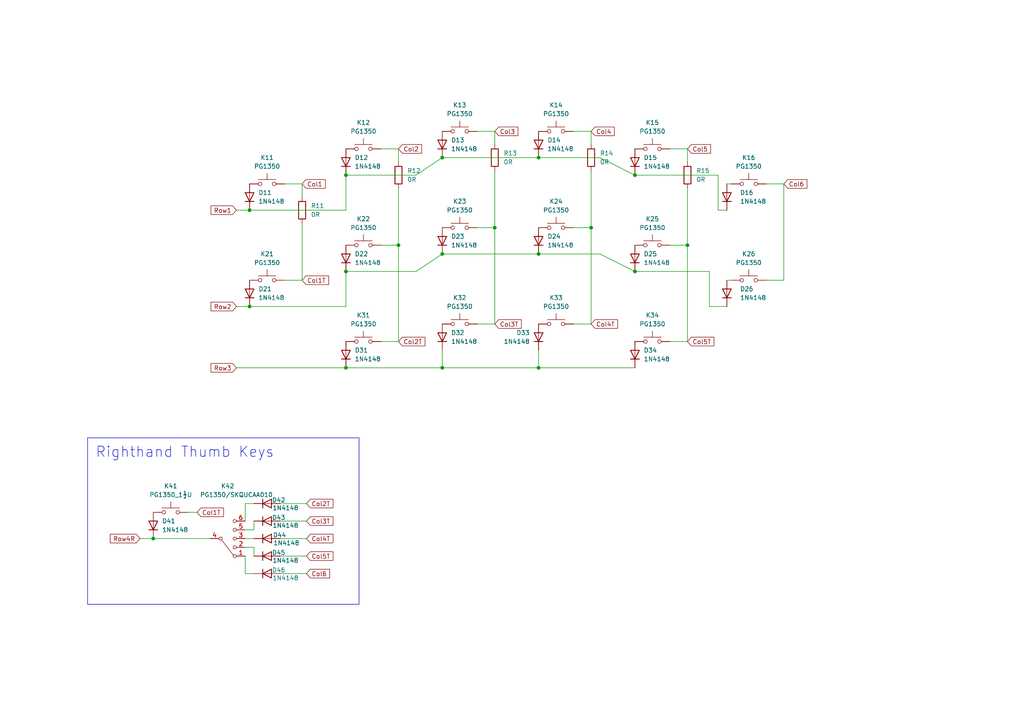
<source format=kicad_sch>
(kicad_sch (version 20231120) (generator "eeschema") (generator_version "8.0")
  (paper "A4")
  (title_block (title "Alumirror ") (rev "0.1") (company "bgkendall") (comment 1 "Split one-layer reversible keyboard PCB") (comment 2 "Key switch matrix for"))
  (lib_symbols
    (symbol "Device:D" (pin_numbers hide) (pin_names (offset 1.016) hide)
      (property "Reference" "D" (at 0 2.54 0))
      (property "Value" "D" (at 0 -2.54 0))
      (symbol "D_0_1"
        (polyline (pts (xy -1.27 1.27) (xy -1.27 -1.27)) (stroke (width 0.254)))
        (polyline (pts (xy 1.27 0) (xy -1.27 0)))
        (polyline (pts (xy 1.27 1.27) (xy 1.27 -1.27) (xy -1.27 0) (xy 1.27 1.27)) (stroke (width 0.254)))
      )
      (symbol "D_1_1"
        (pin passive line (at -3.81 0 0) (length 2.54) (name "K") (number "1"))
        (pin passive line (at 3.81 0 180) (length 2.54) (name "A") (number "2"))
      )
    )
    (symbol "Device:R" (pin_numbers hide) (pin_names (offset 0))
      (property "Reference" "R" (at 2.032 0 90))
      (property "Value" "R" (at 0 0 90))
      (symbol "R_0_1"
        (rectangle (start -1.016 -2.54) (end 1.016 2.54) (stroke (width 0.254)))
      )
      (symbol "R_1_1"
        (pin passive line (at 0 3.81 270) (length 1.27) (name "~") (number "1"))
        (pin passive line (at 0 -3.81 90) (length 1.27) (name "~") (number "2"))
      )
    )
    (symbol "Project Library:SW_SP5T" (pin_names (offset 0) hide)
      (property "Reference" "SW" (at 0 5.08 0))
      (property "Value" "SW_SP5T" (at 0 -11.43 0))
      (symbol "SW_SP5T_0_1"
        (circle (center -2.032 -2.54) (radius 0.4572))
        (polyline (pts (xy -1.7569 -2.1414) (xy 1.651 2.286)))
        (circle (center 2.032 -7.62) (radius 0.4572))
        (circle (center 2.032 -5.08) (radius 0.4572))
        (circle (center 2.032 -2.54) (radius 0.4572))
        (circle (center 2.032 0) (radius 0.4572))
        (circle (center 2.032 2.54) (radius 0.4572))
      )
      (symbol "SW_SP5T_1_1"
        (pin passive line (at 5.08 2.54 180) (length 2.54) (name "A") (number "1"))
        (pin passive line (at 5.08 0 180) (length 2.54) (name "B") (number "2"))
        (pin passive line (at 5.08 -2.54 180) (length 2.54) (name "C") (number "3"))
        (pin passive line (at -5.08 -2.54 0) (length 2.54) (name "Com") (number "4"))
        (pin passive line (at 5.08 -5.08 180) (length 2.54) (name "D") (number "5"))
        (pin passive line (at 5.08 -7.62 180) (length 2.54) (name "Ctr") (number "6"))
      )
    )
    (symbol "Switch:SW_Push" (pin_numbers hide) (pin_names (offset 1.016) hide)
      (property "Reference" "SW" (at 1.27 2.54 0))
      (property "Value" "SW_Push" (at 0 -1.524 0))
      (symbol "SW_Push_0_1"
        (circle (center -2.032 0) (radius 0.508))
        (polyline (pts (xy 0 1.27) (xy 0 3.048)))
        (polyline (pts (xy 2.54 1.27) (xy -2.54 1.27)))
        (circle (center 2.032 0) (radius 0.508))
        (pin passive line (at -5.08 0 0) (length 2.54) (name "1") (number "1"))
        (pin passive line (at 5.08 0 180) (length 2.54) (name "2") (number "2"))
      )
    )
  )
  (junction (at 115.57 71.12))
  (junction (at 72.39 60.96))
  (junction (at 184.15 50.8))
  (junction (at 44.45 156.21))
  (junction (at 128.27 73.66))
  (junction (at 128.27 106.68))
  (junction (at 100.33 78.74))
  (junction (at 143.51 66.04))
  (junction (at 156.21 106.68))
  (junction (at 100.33 50.8))
  (junction (at 128.27 45.72))
  (junction (at 100.33 106.68))
  (junction (at 156.21 45.72))
  (junction (at 156.21 73.66))
  (junction (at 171.45 66.04))
  (junction (at 199.39 71.12))
  (junction (at 72.39 88.9))
  (junction (at 184.15 78.74))
  (wire (pts (xy 156.21 73.66) (xy 128.27 73.66)))
  (wire (pts (xy 120.65 78.74) (xy 100.33 78.74)))
  (wire (pts (xy 71.12 146.05) (xy 73.66 146.05)))
  (wire (pts (xy 184.15 50.8) (xy 208.28 50.8)))
  (wire (pts (xy 128.27 45.72) (xy 120.65 50.8)))
  (wire (pts (xy 72.39 88.9) (xy 100.33 88.9)))
  (wire (pts (xy 54.61 148.59) (xy 57.15 148.59)))
  (wire (pts (xy 128.27 73.66) (xy 120.65 78.74)))
  (wire (pts (xy 87.63 64.77) (xy 87.63 81.28)))
  (wire (pts (xy 73.66 151.13) (xy 73.66 153.67)))
  (wire (pts (xy 208.28 60.96) (xy 210.82 60.96)))
  (wire (pts (xy 71.12 156.21) (xy 73.66 156.21)))
  (wire (pts (xy 173.99 45.72) (xy 156.21 45.72)))
  (wire (pts (xy 71.12 166.37) (xy 71.12 161.29)))
  (wire (pts (xy 68.58 88.9) (xy 72.39 88.9)))
  (wire (pts (xy 143.51 49.53) (xy 143.51 66.04)))
  (wire (pts (xy 171.45 49.53) (xy 171.45 66.04)))
  (wire (pts (xy 156.21 101.6) (xy 156.21 106.68)))
  (wire (pts (xy 184.15 78.74) (xy 205.74 78.74)))
  (wire (pts (xy 212.09 53.34) (xy 210.82 53.34)))
  (wire (pts (xy 88.9 146.05) (xy 81.28 146.05)))
  (wire (pts (xy 205.74 78.74) (xy 205.74 88.9)))
  (wire (pts (xy 40.64 156.21) (xy 44.45 156.21)))
  (wire (pts (xy 199.39 99.06) (xy 194.31 99.06)))
  (wire (pts (xy 212.09 81.28) (xy 210.82 81.28)))
  (wire (pts (xy 138.43 38.1) (xy 143.51 38.1)))
  (wire (pts (xy 143.51 38.1) (xy 143.51 41.91)))
  (wire (pts (xy 71.12 166.37) (xy 73.66 166.37)))
  (wire (pts (xy 205.74 88.9) (xy 210.82 88.9)))
  (wire (pts (xy 82.55 53.34) (xy 87.63 53.34)))
  (wire (pts (xy 166.37 38.1) (xy 171.45 38.1)))
  (wire (pts (xy 184.15 50.8) (xy 173.99 45.72)))
  (wire (pts (xy 156.21 45.72) (xy 128.27 45.72)))
  (wire (pts (xy 222.25 53.34) (xy 227.33 53.34)))
  (wire (pts (xy 73.66 153.67) (xy 71.12 153.67)))
  (wire (pts (xy 110.49 99.06) (xy 115.57 99.06)))
  (wire (pts (xy 194.31 71.12) (xy 199.39 71.12)))
  (wire (pts (xy 143.51 66.04) (xy 143.51 93.98)))
  (wire (pts (xy 115.57 54.61) (xy 115.57 71.12)))
  (wire (pts (xy 222.25 81.28) (xy 227.33 81.28)))
  (wire (pts (xy 100.33 50.8) (xy 100.33 60.96)))
  (wire (pts (xy 171.45 66.04) (xy 171.45 93.98)))
  (wire (pts (xy 110.49 71.12) (xy 115.57 71.12)))
  (wire (pts (xy 120.65 50.8) (xy 100.33 50.8)))
  (wire (pts (xy 110.49 43.18) (xy 115.57 43.18)))
  (wire (pts (xy 115.57 43.18) (xy 115.57 46.99)))
  (wire (pts (xy 171.45 38.1) (xy 171.45 41.91)))
  (wire (pts (xy 73.66 158.75) (xy 71.12 158.75)))
  (wire (pts (xy 100.33 106.68) (xy 128.27 106.68)))
  (wire (pts (xy 199.39 54.61) (xy 199.39 71.12)))
  (wire (pts (xy 199.39 71.12) (xy 199.39 99.06)))
  (wire (pts (xy 88.9 151.13) (xy 81.28 151.13)))
  (wire (pts (xy 82.55 81.28) (xy 87.63 81.28)))
  (wire (pts (xy 208.28 50.8) (xy 208.28 60.96)))
  (wire (pts (xy 100.33 78.74) (xy 100.33 88.9)))
  (wire (pts (xy 44.45 156.21) (xy 60.96 156.21)))
  (wire (pts (xy 128.27 101.6) (xy 128.27 106.68)))
  (wire (pts (xy 71.12 146.05) (xy 71.12 151.13)))
  (wire (pts (xy 184.15 78.74) (xy 173.99 73.66)))
  (wire (pts (xy 156.21 106.68) (xy 184.15 106.68)))
  (wire (pts (xy 68.58 60.96) (xy 72.39 60.96)))
  (wire (pts (xy 227.33 53.34) (xy 227.33 81.28)))
  (wire (pts (xy 128.27 106.68) (xy 156.21 106.68)))
  (wire (pts (xy 88.9 161.29) (xy 81.28 161.29)))
  (wire (pts (xy 138.43 66.04) (xy 143.51 66.04)))
  (wire (pts (xy 68.58 106.68) (xy 100.33 106.68)))
  (wire (pts (xy 87.63 53.34) (xy 87.63 57.15)))
  (wire (pts (xy 88.9 156.21) (xy 81.28 156.21)))
  (wire (pts (xy 88.9 166.37) (xy 81.28 166.37)))
  (wire (pts (xy 166.37 66.04) (xy 171.45 66.04)))
  (wire (pts (xy 166.37 93.98) (xy 171.45 93.98)))
  (wire (pts (xy 138.43 93.98) (xy 143.51 93.98)))
  (wire (pts (xy 194.31 43.18) (xy 199.39 43.18)))
  (wire (pts (xy 115.57 71.12) (xy 115.57 99.06)))
  (wire (pts (xy 73.66 158.75) (xy 73.66 161.29)))
  (wire (pts (xy 72.39 60.96) (xy 100.33 60.96)))
  (wire (pts (xy 173.99 73.66) (xy 156.21 73.66)))
  (wire (pts (xy 199.39 43.18) (xy 199.39 46.99)))
  (text_box "Righthand Thumb Keys" (at 25.4 127 0) (size 78.74 48.26) (effects (font (size 3 3)) (justify left top)))
  (global_label "Col1T" (shape input) (at 87.63 81.28 0) (property "Intersheetrefs" "${INTERSHEET_REFS}" (effects (hide yes))))
  (global_label "Row3" (shape input) (at 68.58 106.68 180) (property "Intersheetrefs" "${INTERSHEET_REFS}" (effects (hide yes))))
  (global_label "Col2T" (shape input) (at 88.9 146.05 0) (property "Intersheetrefs" "${INTERSHEET_REFS}" (effects (hide yes))))
  (global_label "Col1T" (shape input) (at 57.15 148.59 0) (property "Intersheetrefs" "${INTERSHEET_REFS}" (effects (hide yes))))
  (global_label "Col1" (shape input) (at 87.63 53.34 0) (property "Intersheetrefs" "${INTERSHEET_REFS}" (effects (hide yes))))
  (global_label "Col4T" (shape input) (at 171.45 93.98 0) (property "Intersheetrefs" "${INTERSHEET_REFS}" (effects (hide yes))))
  (global_label "Col3T" (shape input) (at 143.51 93.98 0) (property "Intersheetrefs" "${INTERSHEET_REFS}" (effects (hide yes))))
  (global_label "Col5T" (shape input) (at 199.39 99.06 0) (property "Intersheetrefs" "${INTERSHEET_REFS}" (effects (hide yes))))
  (global_label "Row4R" (shape input) (at 40.64 156.21 180) (property "Intersheetrefs" "${INTERSHEET_REFS}" (effects (hide yes))))
  (global_label "Col5" (shape input) (at 199.39 43.18 0) (property "Intersheetrefs" "${INTERSHEET_REFS}" (effects (hide yes))))
  (global_label "Col6" (shape input) (at 88.9 166.37 0) (property "Intersheetrefs" "${INTERSHEET_REFS}" (effects (hide yes))))
  (global_label "Row1" (shape input) (at 68.58 60.96 180) (property "Intersheetrefs" "${INTERSHEET_REFS}" (effects (hide yes))))
  (global_label "Col3" (shape input) (at 143.51 38.1 0) (property "Intersheetrefs" "${INTERSHEET_REFS}" (effects (hide yes))))
  (global_label "Col4T" (shape input) (at 88.9 156.21 0) (property "Intersheetrefs" "${INTERSHEET_REFS}" (effects (hide yes))))
  (global_label "Col4" (shape input) (at 171.45 38.1 0) (property "Intersheetrefs" "${INTERSHEET_REFS}" (effects (hide yes))))
  (global_label "Col6" (shape input) (at 227.33 53.34 0) (property "Intersheetrefs" "${INTERSHEET_REFS}" (effects (hide yes))))
  (global_label "Col3T" (shape input) (at 88.9 151.13 0) (property "Intersheetrefs" "${INTERSHEET_REFS}" (effects (hide yes))))
  (global_label "Row2" (shape input) (at 68.58 88.9 180) (property "Intersheetrefs" "${INTERSHEET_REFS}" (effects (hide yes))))
  (global_label "Col2T" (shape input) (at 115.57 99.06 0) (property "Intersheetrefs" "${INTERSHEET_REFS}" (effects (hide yes))))
  (global_label "Col2" (shape input) (at 115.57 43.18 0) (property "Intersheetrefs" "${INTERSHEET_REFS}" (effects (hide yes))))
  (global_label "Col5T" (shape input) (at 88.9 161.29 0) (property "Intersheetrefs" "${INTERSHEET_REFS}" (effects (hide yes))))
  (symbol (lib_id "Device:D") (at 77.47 161.29 0) (unit 1)
    (property "Reference" "D45" (at 82.804 160.274 0) (effects (justify right)))
    (property "Value" "1N4148" (at 86.614 162.56 0) (effects (justify right)))
    (property "Footprint" "Project Library:D_SOD-123" (effects (hide yes)))
    (property "Description" "Diode" (effects (hide yes)))
    (property "Sim.Device" "D" (effects (hide yes)))
    (property "Sim.Pins" "1=K 2=A" (effects (hide yes)))
  )
  (symbol (lib_id "Switch:SW_Push") (at 161.29 66.04 0) (mirror y) (unit 1)
    (property "Reference" "K24" (at 161.29 58.42 0))
    (property "Value" "PG1350" (at 161.29 60.96 0))
    (property "Footprint" "Project Library:SW_choc_v1_HS_CPG135001S30_1layer_1u" (effects (hide yes)))
    (property "Description" "Push button switch, generic, two pins" (effects (hide yes)))
  )
  (symbol (lib_id "Switch:SW_Push") (at 133.35 66.04 0) (mirror y) (unit 1)
    (property "Reference" "K23" (at 133.35 58.42 0))
    (property "Value" "PG1350" (at 133.35 60.96 0))
    (property "Footprint" "Project Library:SW_choc_v1_HS_CPG135001S30_1layer_1u" (effects (hide yes)))
    (property "Description" "Push button switch, generic, two pins" (effects (hide yes)))
  )
  (symbol (lib_id "Switch:SW_Push") (at 161.29 93.98 0) (mirror y) (unit 1)
    (property "Reference" "K33" (at 161.29 86.36 0))
    (property "Value" "PG1350" (at 161.29 88.9 0))
    (property "Footprint" "Project Library:SW_choc_v1_HS_CPG135001S30_1layer_1u" (effects (hide yes)))
    (property "Description" "Push button switch, generic, two pins" (effects (hide yes)))
  )
  (symbol (lib_id "Switch:SW_Push") (at 161.29 38.1 0) (mirror y) (unit 1)
    (property "Reference" "K14" (at 161.29 30.48 0))
    (property "Value" "PG1350" (at 161.29 33.02 0))
    (property "Footprint" "Project Library:SW_choc_v1_HS_CPG135001S30_1layer_1u" (effects (hide yes)))
    (property "Description" "Push button switch, generic, two pins" (effects (hide yes)))
  )
  (symbol (lib_id "Device:R") (at 143.51 45.72 0) (unit 1)
    (property "Reference" "R13" (at 146.05 44.4499 0) (effects (justify left)))
    (property "Value" "0R" (at 146.05 46.9899 0) (effects (justify left)))
    (property "Footprint" "Project Library:R_2010_5025Metric_Mod" (effects (hide yes)))
    (property "Description" "Resistor" (effects (hide yes)))
  )
  (symbol (lib_id "Switch:SW_Push") (at 189.23 99.06 0) (mirror y) (unit 1)
    (property "Reference" "K34" (at 189.23 91.44 0))
    (property "Value" "PG1350" (at 189.23 93.98 0))
    (property "Footprint" "Project Library:SW_choc_v1_HS_CPG135001S30_1layer_1u" (effects (hide yes)))
    (property "Description" "Push button switch, generic, two pins" (effects (hide yes)))
  )
  (symbol (lib_id "Device:R") (at 87.63 60.96 0) (unit 1)
    (property "Reference" "R11" (at 90.17 59.6899 0) (effects (justify left)))
    (property "Value" "0R" (at 90.17 62.2299 0) (effects (justify left)))
    (property "Footprint" "Project Library:R_2010_5025Metric_Mod" (effects (hide yes)))
    (property "Description" "Resistor" (effects (hide yes)))
  )
  (symbol (lib_id "Device:D") (at 100.33 46.99 90) (unit 1)
    (property "Reference" "D12" (at 102.87 45.7199 90) (effects (justify right)))
    (property "Value" "1N4148" (at 102.87 48.2599 90) (effects (justify right)))
    (property "Footprint" "Project Library:D_SOD-123_Mod" (effects (hide yes)))
    (property "Description" "Diode" (effects (hide yes)))
    (property "Sim.Device" "D" (effects (hide yes)))
    (property "Sim.Pins" "1=K 2=A" (effects (hide yes)))
  )
  (symbol (lib_id "Device:D") (at 100.33 102.87 90) (unit 1)
    (property "Reference" "D31" (at 102.87 101.5999 90) (effects (justify right)))
    (property "Value" "1N4148" (at 102.87 104.1399 90) (effects (justify right)))
    (property "Footprint" "Project Library:D_SOD-123_Mod" (effects (hide yes)))
    (property "Description" "Diode" (effects (hide yes)))
    (property "Sim.Device" "D" (effects (hide yes)))
    (property "Sim.Pins" "1=K 2=A" (effects (hide yes)))
  )
  (symbol (lib_id "Device:D") (at 77.47 151.13 0) (unit 1)
    (property "Reference" "D43" (at 82.804 150.114 0) (effects (justify right)))
    (property "Value" "1N4148" (at 86.614 152.4 0) (effects (justify right)))
    (property "Footprint" "Project Library:D_SOD-123" (effects (hide yes)))
    (property "Description" "Diode" (effects (hide yes)))
    (property "Sim.Device" "D" (effects (hide yes)))
    (property "Sim.Pins" "1=K 2=A" (effects (hide yes)))
  )
  (symbol (lib_id "Switch:SW_Push") (at 77.47 53.34 0) (mirror y) (unit 1)
    (property "Reference" "K11" (at 77.47 45.72 0))
    (property "Value" "PG1350" (at 77.47 48.26 0))
    (property "Footprint" "Project Library:SW_choc_v1_HS_CPG135001S30_1layer_1u" (effects (hide yes)))
    (property "Description" "Push button switch, generic, two pins" (effects (hide yes)))
  )
  (symbol (lib_id "Device:R") (at 115.57 50.8 0) (unit 1)
    (property "Reference" "R12" (at 118.11 49.5299 0) (effects (justify left)))
    (property "Value" "0R" (at 118.11 52.0699 0) (effects (justify left)))
    (property "Footprint" "Project Library:R_2010_5025Metric_Mod" (effects (hide yes)))
    (property "Description" "Resistor" (effects (hide yes)))
  )
  (symbol (lib_id "Project Library:SW_SP5T") (at 66.04 158.75 0) (mirror x) (unit 1)
    (property "Reference" "K42" (at 66.04 140.97 0))
    (property "Value" "PG1350/SKQUCAA010" (at 68.58 143.51 0))
    (property "Footprint" "Project Library:SW_choc_v1_HS_nav_CPG135001S30_SKQUCAA010_1layer_1u_1" (effects (hide yes)))
    (property "Description" "Switch, five position, single pole quintuple throw, 5 position switch, SP5T" (effects (hide yes)))
  )
  (symbol (lib_id "Device:R") (at 171.45 45.72 0) (unit 1)
    (property "Reference" "R14" (at 173.99 44.4499 0) (effects (justify left)))
    (property "Value" "0R" (at 173.99 46.9899 0) (effects (justify left)))
    (property "Footprint" "Project Library:R_2010_5025Metric_Mod" (effects (hide yes)))
    (property "Description" "Resistor" (effects (hide yes)))
  )
  (symbol (lib_id "Switch:SW_Push") (at 105.41 99.06 0) (mirror y) (unit 1)
    (property "Reference" "K31" (at 105.41 91.44 0))
    (property "Value" "PG1350" (at 105.41 93.98 0))
    (property "Footprint" "Project Library:SW_choc_v1_HS_CPG135001S30_1layer_1u" (effects (hide yes)))
    (property "Description" "Push button switch, generic, two pins" (effects (hide yes)))
  )
  (symbol (lib_id "Device:D") (at 77.47 166.37 0) (unit 1)
    (property "Reference" "D46" (at 82.804 165.354 0) (effects (justify right)))
    (property "Value" "1N4148" (at 86.614 167.64 0) (effects (justify right)))
    (property "Footprint" "Project Library:D_SOD-123" (effects (hide yes)))
    (property "Description" "Diode" (effects (hide yes)))
    (property "Sim.Device" "D" (effects (hide yes)))
    (property "Sim.Pins" "1=K 2=A" (effects (hide yes)))
  )
  (symbol (lib_id "Device:D") (at 184.15 46.99 90) (unit 1)
    (property "Reference" "D15" (at 186.69 45.7199 90) (effects (justify right)))
    (property "Value" "1N4148" (at 186.69 48.2599 90) (effects (justify right)))
    (property "Footprint" "Project Library:D_SOD-123_Mod" (effects (hide yes)))
    (property "Description" "Diode" (effects (hide yes)))
    (property "Sim.Device" "D" (effects (hide yes)))
    (property "Sim.Pins" "1=K 2=A" (effects (hide yes)))
  )
  (symbol (lib_id "Switch:SW_Push") (at 49.53 148.59 0) (mirror y) (unit 1)
    (property "Reference" "K41" (at 49.53 140.97 0))
    (property "Value" "PG1350_1½U" (at 49.53 143.51 0))
    (property "Footprint" "Project Library:SW_choc_v1_HS_CPG135001S30_1layer_1.5u" (effects (hide yes)))
    (property "Description" "Push button switch, generic, two pins" (effects (hide yes)))
  )
  (symbol (lib_id "Switch:SW_Push") (at 77.47 81.28 0) (mirror y) (unit 1)
    (property "Reference" "K21" (at 77.47 73.66 0))
    (property "Value" "PG1350" (at 77.47 76.2 0))
    (property "Footprint" "Project Library:SW_choc_v1_HS_CPG135001S30_1layer_1u" (effects (hide yes)))
    (property "Description" "Push button switch, generic, two pins" (effects (hide yes)))
  )
  (symbol (lib_id "Device:D") (at 210.82 85.09 90) (unit 1)
    (property "Reference" "D26" (at 214.63 83.8199 90) (effects (justify right)))
    (property "Value" "1N4148" (at 214.63 86.3599 90) (effects (justify right)))
    (property "Footprint" "Project Library:D_SOD-123_Mod" (effects (hide yes)))
    (property "Description" "Diode" (effects (hide yes)))
    (property "Sim.Device" "D" (effects (hide yes)))
    (property "Sim.Pins" "1=K 2=A" (effects (hide yes)))
  )
  (symbol (lib_id "Switch:SW_Push") (at 189.23 43.18 0) (mirror y) (unit 1)
    (property "Reference" "K15" (at 189.23 35.56 0))
    (property "Value" "PG1350" (at 189.23 38.1 0))
    (property "Footprint" "Project Library:SW_choc_v1_HS_CPG135001S30_1layer_1u" (effects (hide yes)))
    (property "Description" "Push button switch, generic, two pins" (effects (hide yes)))
  )
  (symbol (lib_id "Switch:SW_Push") (at 133.35 93.98 0) (mirror y) (unit 1)
    (property "Reference" "K32" (at 133.35 86.36 0))
    (property "Value" "PG1350" (at 133.35 88.9 0))
    (property "Footprint" "Project Library:SW_choc_v1_HS_CPG135001S30_1layer_1u" (effects (hide yes)))
    (property "Description" "Push button switch, generic, two pins" (effects (hide yes)))
  )
  (symbol (lib_id "Device:D") (at 128.27 97.79 90) (unit 1)
    (property "Reference" "D32" (at 130.81 96.5199 90) (effects (justify right)))
    (property "Value" "1N4148" (at 130.81 99.0599 90) (effects (justify right)))
    (property "Footprint" "Project Library:D_SOD-123_Mod" (effects (hide yes)))
    (property "Description" "Diode" (effects (hide yes)))
    (property "Sim.Device" "D" (effects (hide yes)))
    (property "Sim.Pins" "1=K 2=A" (effects (hide yes)))
  )
  (symbol (lib_id "Switch:SW_Push") (at 105.41 43.18 0) (mirror y) (unit 1)
    (property "Reference" "K12" (at 105.41 35.56 0))
    (property "Value" "PG1350" (at 105.41 38.1 0))
    (property "Footprint" "Project Library:SW_choc_v1_HS_CPG135001S30_1layer_1u" (effects (hide yes)))
    (property "Description" "Push button switch, generic, two pins" (effects (hide yes)))
  )
  (symbol (lib_id "Device:D") (at 156.21 97.79 270) (mirror x) (unit 1)
    (property "Reference" "D33" (at 153.67 96.5199 90) (effects (justify right)))
    (property "Value" "1N4148" (at 153.67 99.0599 90) (effects (justify right)))
    (property "Footprint" "Project Library:D_SOD-123_Mod" (effects (hide yes)))
    (property "Description" "Diode" (effects (hide yes)))
    (property "Sim.Device" "D" (effects (hide yes)))
    (property "Sim.Pins" "1=K 2=A" (effects (hide yes)))
  )
  (symbol (lib_id "Device:D") (at 210.82 57.15 90) (unit 1)
    (property "Reference" "D16" (at 214.63 55.8799 90) (effects (justify right)))
    (property "Value" "1N4148" (at 214.63 58.4199 90) (effects (justify right)))
    (property "Footprint" "Project Library:D_SOD-123_Mod" (effects (hide yes)))
    (property "Description" "Diode" (effects (hide yes)))
    (property "Sim.Device" "D" (effects (hide yes)))
    (property "Sim.Pins" "1=K 2=A" (effects (hide yes)))
  )
  (symbol (lib_id "Device:D") (at 184.15 102.87 90) (unit 1)
    (property "Reference" "D34" (at 186.69 101.5999 90) (effects (justify right)))
    (property "Value" "1N4148" (at 186.69 104.1399 90) (effects (justify right)))
    (property "Footprint" "Project Library:D_SOD-123_Mod" (effects (hide yes)))
    (property "Description" "Diode" (effects (hide yes)))
    (property "Sim.Device" "D" (effects (hide yes)))
    (property "Sim.Pins" "1=K 2=A" (effects (hide yes)))
  )
  (symbol (lib_id "Switch:SW_Push") (at 189.23 71.12 0) (mirror y) (unit 1)
    (property "Reference" "K25" (at 189.23 63.5 0))
    (property "Value" "PG1350" (at 189.23 66.04 0))
    (property "Footprint" "Project Library:SW_choc_v1_HS_CPG135001S30_1layer_1u" (effects (hide yes)))
    (property "Description" "Push button switch, generic, two pins" (effects (hide yes)))
  )
  (symbol (lib_id "Device:D") (at 44.45 152.4 90) (unit 1)
    (property "Reference" "D41" (at 46.99 151.1299 90) (effects (justify right)))
    (property "Value" "1N4148" (at 46.99 153.6699 90) (effects (justify right)))
    (property "Footprint" "Project Library:D_SOD-123" (effects (hide yes)))
    (property "Description" "Diode" (effects (hide yes)))
    (property "Sim.Device" "D" (effects (hide yes)))
    (property "Sim.Pins" "1=K 2=A" (effects (hide yes)))
  )
  (symbol (lib_id "Device:D") (at 72.39 85.09 90) (unit 1)
    (property "Reference" "D21" (at 74.93 83.8199 90) (effects (justify right)))
    (property "Value" "1N4148" (at 74.93 86.3599 90) (effects (justify right)))
    (property "Footprint" "Project Library:D_SOD-123_Mod" (effects (hide yes)))
    (property "Description" "Diode" (effects (hide yes)))
    (property "Sim.Device" "D" (effects (hide yes)))
    (property "Sim.Pins" "1=K 2=A" (effects (hide yes)))
  )
  (symbol (lib_id "Device:D") (at 128.27 41.91 90) (unit 1)
    (property "Reference" "D13" (at 130.81 40.6399 90) (effects (justify right)))
    (property "Value" "1N4148" (at 130.81 43.1799 90) (effects (justify right)))
    (property "Footprint" "Project Library:D_SOD-123_Mod" (effects (hide yes)))
    (property "Description" "Diode" (effects (hide yes)))
    (property "Sim.Device" "D" (effects (hide yes)))
    (property "Sim.Pins" "1=K 2=A" (effects (hide yes)))
  )
  (symbol (lib_id "Device:D") (at 128.27 69.85 90) (unit 1)
    (property "Reference" "D23" (at 130.81 68.5799 90) (effects (justify right)))
    (property "Value" "1N4148" (at 130.81 71.1199 90) (effects (justify right)))
    (property "Footprint" "Project Library:D_SOD-123_Mod" (effects (hide yes)))
    (property "Description" "Diode" (effects (hide yes)))
    (property "Sim.Device" "D" (effects (hide yes)))
    (property "Sim.Pins" "1=K 2=A" (effects (hide yes)))
  )
  (symbol (lib_id "Device:D") (at 184.15 74.93 90) (unit 1)
    (property "Reference" "D25" (at 186.69 73.6599 90) (effects (justify right)))
    (property "Value" "1N4148" (at 186.69 76.1999 90) (effects (justify right)))
    (property "Footprint" "Project Library:D_SOD-123_Mod" (effects (hide yes)))
    (property "Description" "Diode" (effects (hide yes)))
    (property "Sim.Device" "D" (effects (hide yes)))
    (property "Sim.Pins" "1=K 2=A" (effects (hide yes)))
  )
  (symbol (lib_id "Device:D") (at 72.39 57.15 90) (unit 1)
    (property "Reference" "D11" (at 74.93 55.8799 90) (effects (justify right)))
    (property "Value" "1N4148" (at 74.93 58.4199 90) (effects (justify right)))
    (property "Footprint" "Project Library:D_SOD-123_Mod" (effects (hide yes)))
    (property "Description" "Diode" (effects (hide yes)))
    (property "Sim.Device" "D" (effects (hide yes)))
    (property "Sim.Pins" "1=K 2=A" (effects (hide yes)))
  )
  (symbol (lib_id "Device:D") (at 156.21 69.85 90) (unit 1)
    (property "Reference" "D24" (at 158.75 68.5799 90) (effects (justify right)))
    (property "Value" "1N4148" (at 158.75 71.1199 90) (effects (justify right)))
    (property "Footprint" "Project Library:D_SOD-123_Mod" (effects (hide yes)))
    (property "Description" "Diode" (effects (hide yes)))
    (property "Sim.Device" "D" (effects (hide yes)))
    (property "Sim.Pins" "1=K 2=A" (effects (hide yes)))
  )
  (symbol (lib_id "Switch:SW_Push") (at 105.41 71.12 0) (mirror y) (unit 1)
    (property "Reference" "K22" (at 105.41 63.5 0))
    (property "Value" "PG1350" (at 105.41 66.04 0))
    (property "Footprint" "Project Library:SW_choc_v1_HS_CPG135001S30_1layer_1u" (effects (hide yes)))
    (property "Description" "Push button switch, generic, two pins" (effects (hide yes)))
  )
  (symbol (lib_id "Switch:SW_Push") (at 133.35 38.1 0) (mirror y) (unit 1)
    (property "Reference" "K13" (at 133.35 30.48 0))
    (property "Value" "PG1350" (at 133.35 33.02 0))
    (property "Footprint" "Project Library:SW_choc_v1_HS_CPG135001S30_1layer_1u" (effects (hide yes)))
    (property "Description" "Push button switch, generic, two pins" (effects (hide yes)))
  )
  (symbol (lib_id "Device:D") (at 77.47 146.05 0) (unit 1)
    (property "Reference" "D42" (at 82.804 145.034 0) (effects (justify right)))
    (property "Value" "1N4148" (at 86.614 147.32 0) (effects (justify right)))
    (property "Footprint" "Project Library:D_SOD-123" (effects (hide yes)))
    (property "Description" "Diode" (effects (hide yes)))
    (property "Sim.Device" "D" (effects (hide yes)))
    (property "Sim.Pins" "1=K 2=A" (effects (hide yes)))
  )
  (symbol (lib_id "Switch:SW_Push") (at 217.17 81.28 0) (unit 1)
    (property "Reference" "K26" (at 217.17 73.66 0))
    (property "Value" "PG1350" (at 217.17 76.2 0))
    (property "Footprint" "Project Library:SW_choc_v1_HS_CPG135001S30_1layer_1u" (effects (hide yes)))
    (property "Description" "Push button switch, generic, two pins" (effects (hide yes)))
  )
  (symbol (lib_id "Device:D") (at 77.47 156.21 0) (unit 1)
    (property "Reference" "D44" (at 83.058 155.194 0) (effects (justify right)))
    (property "Value" "1N4148" (at 86.868 157.48 0) (effects (justify right)))
    (property "Footprint" "Project Library:D_SOD-123" (effects (hide yes)))
    (property "Description" "Diode" (effects (hide yes)))
    (property "Sim.Device" "D" (effects (hide yes)))
    (property "Sim.Pins" "1=K 2=A" (effects (hide yes)))
  )
  (symbol (lib_id "Device:R") (at 199.39 50.8 0) (unit 1)
    (property "Reference" "R15" (at 201.93 49.5299 0) (effects (justify left)))
    (property "Value" "0R" (at 201.93 52.0699 0) (effects (justify left)))
    (property "Footprint" "Project Library:R_2010_5025Metric_Mod" (effects (hide yes)))
    (property "Description" "Resistor" (effects (hide yes)))
  )
  (symbol (lib_id "Device:D") (at 100.33 74.93 90) (unit 1)
    (property "Reference" "D22" (at 102.87 73.6599 90) (effects (justify right)))
    (property "Value" "1N4148" (at 102.87 76.1999 90) (effects (justify right)))
    (property "Footprint" "Project Library:D_SOD-123_Mod" (effects (hide yes)))
    (property "Description" "Diode" (effects (hide yes)))
    (property "Sim.Device" "D" (effects (hide yes)))
    (property "Sim.Pins" "1=K 2=A" (effects (hide yes)))
  )
  (symbol (lib_id "Switch:SW_Push") (at 217.17 53.34 0) (unit 1)
    (property "Reference" "K16" (at 217.17 45.72 0))
    (property "Value" "PG1350" (at 217.17 48.26 0))
    (property "Footprint" "Project Library:SW_choc_v1_HS_CPG135001S30_1layer_1u" (effects (hide yes)))
    (property "Description" "Push button switch, generic, two pins" (effects (hide yes)))
  )
  (symbol (lib_id "Device:D") (at 156.21 41.91 90) (unit 1)
    (property "Reference" "D14" (at 158.75 40.6399 90) (effects (justify right)))
    (property "Value" "1N4148" (at 158.75 43.1799 90) (effects (justify right)))
    (property "Footprint" "Project Library:D_SOD-123_Mod" (effects (hide yes)))
    (property "Description" "Diode" (effects (hide yes)))
    (property "Sim.Device" "D" (effects (hide yes)))
    (property "Sim.Pins" "1=K 2=A" (effects (hide yes)))
  )
)
</source>
